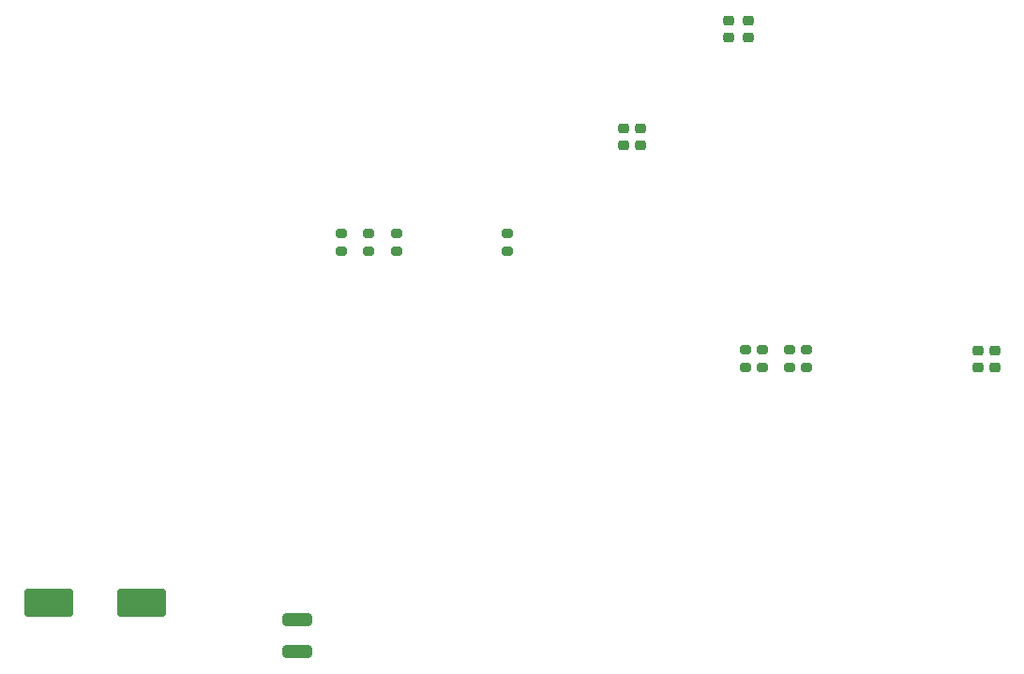
<source format=gbr>
%TF.GenerationSoftware,KiCad,Pcbnew,7.0.8*%
%TF.CreationDate,2023-11-18T19:30:00+11:00*%
%TF.ProjectId,Main 4.3,4d61696e-2034-42e3-932e-6b696361645f,rev?*%
%TF.SameCoordinates,Original*%
%TF.FileFunction,Paste,Bot*%
%TF.FilePolarity,Positive*%
%FSLAX46Y46*%
G04 Gerber Fmt 4.6, Leading zero omitted, Abs format (unit mm)*
G04 Created by KiCad (PCBNEW 7.0.8) date 2023-11-18 19:30:00*
%MOMM*%
%LPD*%
G01*
G04 APERTURE LIST*
G04 Aperture macros list*
%AMRoundRect*
0 Rectangle with rounded corners*
0 $1 Rounding radius*
0 $2 $3 $4 $5 $6 $7 $8 $9 X,Y pos of 4 corners*
0 Add a 4 corners polygon primitive as box body*
4,1,4,$2,$3,$4,$5,$6,$7,$8,$9,$2,$3,0*
0 Add four circle primitives for the rounded corners*
1,1,$1+$1,$2,$3*
1,1,$1+$1,$4,$5*
1,1,$1+$1,$6,$7*
1,1,$1+$1,$8,$9*
0 Add four rect primitives between the rounded corners*
20,1,$1+$1,$2,$3,$4,$5,0*
20,1,$1+$1,$4,$5,$6,$7,0*
20,1,$1+$1,$6,$7,$8,$9,0*
20,1,$1+$1,$8,$9,$2,$3,0*%
G04 Aperture macros list end*
%ADD10RoundRect,0.200000X0.275000X-0.200000X0.275000X0.200000X-0.275000X0.200000X-0.275000X-0.200000X0*%
%ADD11RoundRect,0.200000X-0.275000X0.200000X-0.275000X-0.200000X0.275000X-0.200000X0.275000X0.200000X0*%
%ADD12RoundRect,0.225000X0.250000X-0.225000X0.250000X0.225000X-0.250000X0.225000X-0.250000X-0.225000X0*%
%ADD13RoundRect,0.225000X-0.250000X0.225000X-0.250000X-0.225000X0.250000X-0.225000X0.250000X0.225000X0*%
%ADD14RoundRect,0.250000X-1.950000X-1.000000X1.950000X-1.000000X1.950000X1.000000X-1.950000X1.000000X0*%
%ADD15RoundRect,0.250000X-1.075000X0.312500X-1.075000X-0.312500X1.075000X-0.312500X1.075000X0.312500X0*%
G04 APERTURE END LIST*
D10*
%TO.C,R14*%
X208500000Y-166325000D03*
X208500000Y-164675000D03*
%TD*%
D11*
%TO.C,R18*%
X207000000Y-164675000D03*
X207000000Y-166325000D03*
%TD*%
D12*
%TO.C,C23*%
X193500000Y-146250000D03*
X193500000Y-144700000D03*
%TD*%
D11*
%TO.C,R10*%
X166500000Y-154175000D03*
X166500000Y-155825000D03*
%TD*%
D12*
%TO.C,C24*%
X224000000Y-166275000D03*
X224000000Y-164725000D03*
%TD*%
D13*
%TO.C,C21*%
X203250000Y-134975000D03*
X203250000Y-136525000D03*
%TD*%
D11*
%TO.C,R17*%
X204500000Y-164675000D03*
X204500000Y-166325000D03*
%TD*%
%TO.C,R12*%
X171500000Y-154175000D03*
X171500000Y-155825000D03*
%TD*%
D10*
%TO.C,R15*%
X203000000Y-166325000D03*
X203000000Y-164675000D03*
%TD*%
D12*
%TO.C,C22*%
X192000000Y-146250000D03*
X192000000Y-144700000D03*
%TD*%
D14*
%TO.C,C59*%
X140100000Y-187500000D03*
X148500000Y-187500000D03*
%TD*%
D15*
%TO.C,R1*%
X162500000Y-189037500D03*
X162500000Y-191962500D03*
%TD*%
D12*
%TO.C,C25*%
X225500000Y-166275000D03*
X225500000Y-164725000D03*
%TD*%
D13*
%TO.C,C20*%
X201500000Y-134975000D03*
X201500000Y-136525000D03*
%TD*%
D11*
%TO.C,R16*%
X181500000Y-154175000D03*
X181500000Y-155825000D03*
%TD*%
%TO.C,R11*%
X168950000Y-154175000D03*
X168950000Y-155825000D03*
%TD*%
M02*

</source>
